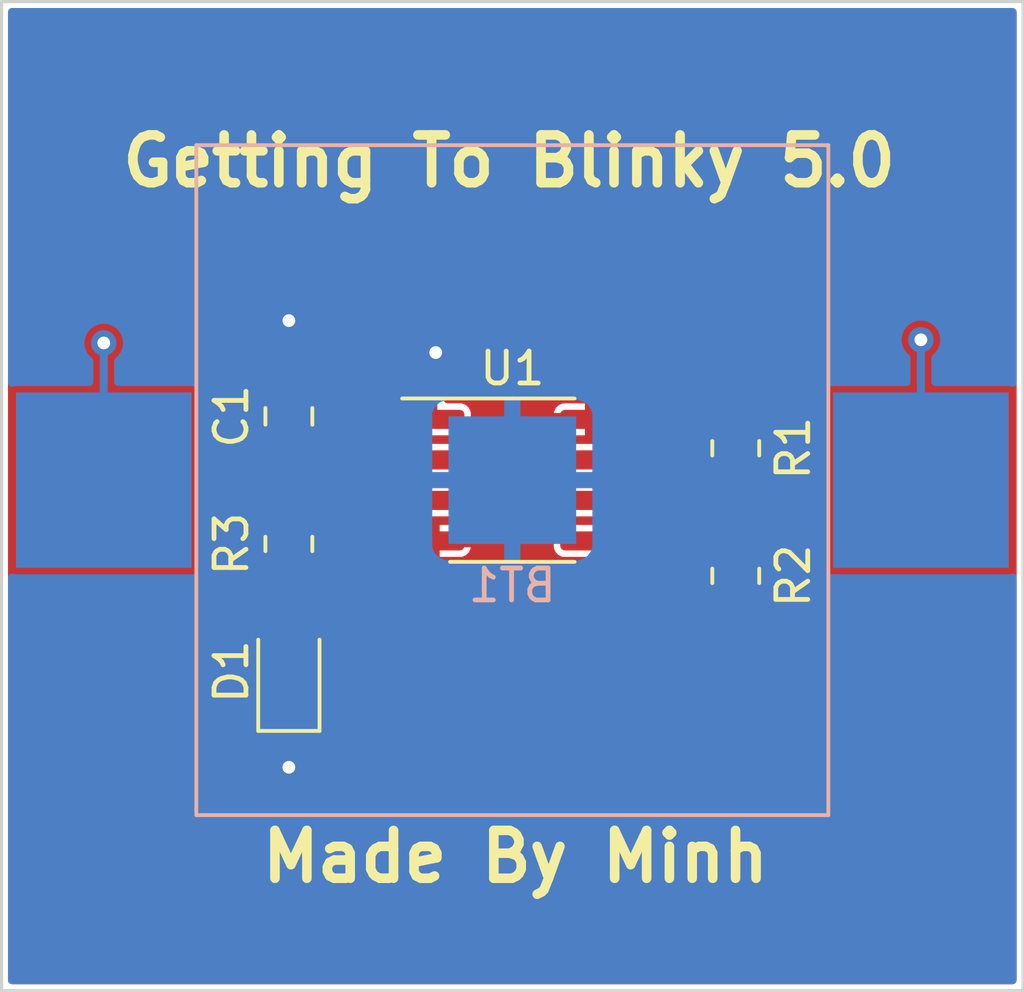
<source format=kicad_pcb>
(kicad_pcb (version 20211014) (generator pcbnew)
  (layers (0 "F.Cu" signal) (31 "B.Cu" signal) (34 "B.Paste" user) (35 "F.Paste" user) (36 "B.SilkS" user "B.Silkscreen") (37 "F.SilkS" user "F.Silkscreen") (38 "B.Mask" user) (39 "F.Mask" user) (44 "Edge.Cuts" user))
  (net 0 "")
  (net 1 "GND")
  (net 2 "Net-(D1-Pad2)")
  (net 3 "Net-(U1-Pad3)")
  (net 5 "/VDD")
  (net 6 "/THR")
  (net 7 "/DIS")
  (footprint "LED_SMD:LED_0805_2012Metric_Pad1.15x1.40mm_HandSolder" (layer "F.Cu") (at 140 94 90)
    (fp_text reference "D1" (at 0 -1.8 90) (layer "F.SilkS"))
    (fp_text value "LED")
    (fp_line (start -1.86 0.96) (end 1 0.96) (layer "F.SilkS") (width 0.12))
    (fp_line (start -1.86 -0.96) (end -1.86 0.96) (layer "F.SilkS") (width 0.12))
    (fp_line (start 1 -0.96) (end -1.86 -0.96) (layer "F.SilkS") (width 0.12))
    (pad "1" smd roundrect (at -1.025 0 90) (size 1.15 1.4) (layers "F.Cu" "F.Paste" "F.Mask") (roundrect_rratio 0.2173913043) (net 1 "GND"))
    (pad "2" smd roundrect (at 1.025 0 90) (size 1.15 1.4) (layers "F.Cu" "F.Paste" "F.Mask") (roundrect_rratio 0.2173913043) (net 2 "Net-(D1-Pad2)"))
  )
  (footprint "Resistor_SMD:R_0805_2012Metric_Pad1.20x1.40mm_HandSolder" (layer "F.Cu") (at 154 87 -90)
    (fp_text reference "R1" (at 0 -1.8 90) (layer "F.SilkS"))
    (fp_text value "1K")
    (fp_line (start -0.227064 -0.735) (end 0.227064 -0.735) (layer "F.SilkS") (width 0.12))
    (fp_line (start -0.227064 0.735) (end 0.227064 0.735) (layer "F.SilkS") (width 0.12))
    (pad "1" smd roundrect (at -1 0 270) (size 1.2 1.4) (layers "F.Cu" "F.Paste" "F.Mask") (roundrect_rratio 0.2083333333) (net 5 "/VDD"))
    (pad "2" smd roundrect (at 1 0 270) (size 1.2 1.4) (layers "F.Cu" "F.Paste" "F.Mask") (roundrect_rratio 0.2083333333) (net 7 "/DIS"))
  )
  (footprint "Capacitor_SMD:C_0805_2012Metric_Pad1.18x1.45mm_HandSolder" (layer "F.Cu") (at 140 86 90)
    (fp_text reference "C1" (at 0 -1.8 90) (layer "F.SilkS"))
    (fp_text value "1U")
    (fp_line (start -0.261252 0.735) (end 0.261252 0.735) (layer "F.SilkS") (width 0.12))
    (fp_line (start -0.261252 -0.735) (end 0.261252 -0.735) (layer "F.SilkS") (width 0.12))
    (pad "1" smd roundrect (at -1.0375 0 90) (size 1.175 1.45) (layers "F.Cu" "F.Paste" "F.Mask") (roundrect_rratio 0.2127659574) (net 6 "/THR"))
    (pad "2" smd roundrect (at 1.0375 0 90) (size 1.175 1.45) (layers "F.Cu" "F.Paste" "F.Mask") (roundrect_rratio 0.2127659574) (net 1 "GND"))
  )
  (footprint "Resistor_SMD:R_0805_2012Metric_Pad1.20x1.40mm_HandSolder" (layer "F.Cu") (at 140 90 -90)
    (fp_text reference "R3" (at 0 1.8 90) (layer "F.SilkS"))
    (fp_text value "1K")
    (fp_line (start -0.227064 -0.735) (end 0.227064 -0.735) (layer "F.SilkS") (width 0.12))
    (fp_line (start -0.227064 0.735) (end 0.227064 0.735) (layer "F.SilkS") (width 0.12))
    (pad "1" smd roundrect (at -1 0 270) (size 1.2 1.4) (layers "F.Cu" "F.Paste" "F.Mask") (roundrect_rratio 0.2083333333) (net 3 "Net-(U1-Pad3)"))
    (pad "2" smd roundrect (at 1 0 270) (size 1.2 1.4) (layers "F.Cu" "F.Paste" "F.Mask") (roundrect_rratio 0.2083333333) (net 2 "Net-(D1-Pad2)"))
  )
  (footprint "Resistor_SMD:R_0805_2012Metric_Pad1.20x1.40mm_HandSolder" (layer "F.Cu") (at 154 91 -90)
    (fp_text reference "R2" (at 0 -1.8 90) (layer "F.SilkS"))
    (fp_text value "470K")
    (fp_line (start -0.227064 0.735) (end 0.227064 0.735) (layer "F.SilkS") (width 0.12))
    (fp_line (start -0.227064 -0.735) (end 0.227064 -0.735) (layer "F.SilkS") (width 0.12))
    (pad "1" smd roundrect (at -1 0 270) (size 1.2 1.4) (layers "F.Cu" "F.Paste" "F.Mask") (roundrect_rratio 0.2083333333) (net 7 "/DIS"))
    (pad "2" smd roundrect (at 1 0 270) (size 1.2 1.4) (layers "F.Cu" "F.Paste" "F.Mask") (roundrect_rratio 0.2083333333) (net 6 "/THR"))
  )
  (footprint "Package_SO:SOIC-8_3.9x4.9mm_P1.27mm" (layer "F.Cu") (at 147 88)
    (fp_text reference "U1" (at 0 -3.5) (layer "F.SilkS"))
    (fp_text value "7555")
    (fp_line (start 0 2.56) (end -1.95 2.56) (layer "F.SilkS") (width 0.12))
    (fp_line (start 0 -2.56) (end -3.45 -2.56) (layer "F.SilkS") (width 0.12))
    (fp_line (start 0 2.56) (end 1.95 2.56) (layer "F.SilkS") (width 0.12))
    (fp_line (start 0 -2.56) (end 1.95 -2.56) (layer "F.SilkS") (width 0.12))
    (pad "1" smd roundrect (at -2.475 -1.905) (size 1.95 0.6) (layers "F.Cu" "F.Paste" "F.Mask") (net 1 "GND"))
    (pad "2" smd roundrect (at -2.475 -0.635) (size 1.95 0.6) (layers "F.Cu" "F.Paste" "F.Mask") (net 6 "/THR"))
    (pad "3" smd roundrect (at -2.475 0.635) (size 1.95 0.6) (layers "F.Cu" "F.Paste" "F.Mask") (net 3 "Net-(U1-Pad3)"))
    (pad "4" smd roundrect (at -2.475 1.905) (size 1.95 0.6) (layers "F.Cu" "F.Paste" "F.Mask") (net 5 "/VDD"))
    (pad "5" smd roundrect (at 2.475 1.905) (size 1.95 0.6) (layers "F.Cu" "F.Paste" "F.Mask"))
    (pad "6" smd roundrect (at 2.475 0.635) (size 1.95 0.6) (layers "F.Cu" "F.Paste" "F.Mask") (net 6 "/THR"))
    (pad "7" smd roundrect (at 2.475 -0.635) (size 1.95 0.6) (layers "F.Cu" "F.Paste" "F.Mask") (net 7 "/DIS"))
    (pad "8" smd roundrect (at 2.475 -1.905) (size 1.95 0.6) (layers "F.Cu" "F.Paste" "F.Mask") (net 5 "/VDD"))
  )
  (footprint "GettingToBlinky5:S8211-46R" (layer "B.Cu") (at 147 88 180)
    (fp_text reference "BT1" (at 0 -3.3 unlocked) (layer "B.SilkS") (effects (justify mirror)))
    (fp_text value "CR2032")
    (fp_line (start -9.9 -10.5) (end -9.9 10.5) (layer "B.SilkS") (width 0.12))
    (fp_line (start 9.9 10.5) (end 9.9 -10.5) (layer "B.SilkS") (width 0.12))
    (fp_line (start -9.9 10.5) (end 9.9 10.5) (layer "B.SilkS") (width 0.12))
    (fp_line (start 9.9 -10.5) (end -9.9 -10.5) (layer "B.SilkS") (width 0.12))
    (pad "1" smd rect (at -12.8 0 180) (size 5.5 5.5) (layers "B.Cu" "B.Paste" "B.Mask") (net 5 "/VDD"))
    (pad "1" smd rect (at 12.8 0 180) (size 5.5 5.5) (layers "B.Cu" "B.Paste" "B.Mask") (net 5 "/VDD"))
    (pad "2" smd rect (at 0 0 180) (size 4 4) (layers "B.Cu" "B.Paste" "B.Mask") (net 1 "GND"))
  )
  (gr_line (start 131 104) (end 163 104) (layer "Edge.Cuts") (width 0.1))
  (gr_line (start 163 104) (end 163 73) (layer "Edge.Cuts") (width 0.1))
  (gr_line (start 131 73) (end 131 104) (layer "Edge.Cuts") (width 0.1))
  (gr_line (start 163 73) (end 131 73) (layer "Edge.Cuts") (width 0.1))
  (gr_text "Getting To Blinky 5.0" (at 146.9 78) (layer "F.SilkS") (effects (font (size 1.5 1.5) (thickness 0.3))))
  (gr_text "Made By Minh" (at 147.1 99.8) (layer "F.SilkS") (effects (font (size 1.5 1.5) (thickness 0.3))))
  (segment (start 140 95.025) (end 140 97) (width 0.25) (layer "F.Cu") (net 1))
  (segment (start 140 84.9625) (end 140 83) (width 0.25) (layer "F.Cu") (net 1))
  (segment (start 144.525 84.075) (end 144.525 86.095) (width 0.25) (layer "F.Cu") (net 1))
  (segment (start 144.6 84) (end 144.525 84.075) (width 0.25) (layer "F.Cu") (net 1))
  (via (at 140 97) (size 0.8) (drill 0.4) (layers "F.Cu" "B.Cu") (net 1))
  (via (at 144.6 84) (size 0.8) (drill 0.4) (layers "F.Cu" "B.Cu") (net 1))
  (via (at 140 83) (size 0.8) (drill 0.4) (layers "F.Cu" "B.Cu") (net 1))
  (segment (start 140 91) (end 140 92.975) (width 0.25) (layer "F.Cu") (net 2))
  (segment (start 142.265 88.635) (end 144.3 88.635) (width 0.25) (layer "F.Cu") (net 3))
  (segment (start 140 89) (end 141.9 89) (width 0.25) (layer "F.Cu") (net 3))
  (segment (start 141.9 89) (end 142.265 88.635) (width 0.25) (layer "F.Cu") (net 3))
  (via (at 134.2 83.7) (size 0.8) (drill 0.4) (layers "F.Cu" "B.Cu") (net 5))
  (via (at 159.8 83.6) (size 0.8) (drill 0.4) (layers "F.Cu" "B.Cu") (net 5))
  (segment (start 159.8 88) (end 159.8 83.6) (width 0.25) (layer "B.Cu") (net 5))
  (segment (start 134.2 88) (end 134.2 83.7) (width 0.25) (layer "B.Cu") (net 5))
  (segment (start 141.8375 87.0375) (end 142.165 87.365) (width 0.25) (layer "F.Cu") (net 6))
  (segment (start 152.3 91.5) (end 152.3 89.1) (width 0.25) (layer "F.Cu") (net 6))
  (segment (start 142.165 87.365) (end 144.3 87.365) (width 0.25) (layer "F.Cu") (net 6))
  (segment (start 144.525 87.365) (end 146.065 87.365) (width 0.25) (layer "F.Cu") (net 6))
  (segment (start 140 87.0375) (end 141.8375 87.0375) (width 0.25) (layer "F.Cu") (net 6))
  (segment (start 152.3 89.1) (end 151.835 88.635) (width 0.25) (layer "F.Cu") (net 6))
  (segment (start 151.835 88.635) (end 149.475 88.635) (width 0.25) (layer "F.Cu") (net 6))
  (segment (start 154 92) (end 152.8 92) (width 0.25) (layer "F.Cu") (net 6))
  (segment (start 147.335 88.635) (end 149.475 88.635) (width 0.25) (layer "F.Cu") (net 6))
  (segment (start 146.065 87.365) (end 147.335 88.635) (width 0.25) (layer "F.Cu") (net 6))
  (segment (start 152.8 92) (end 152.3 91.5) (width 0.25) (layer "F.Cu") (net 6))
  (segment (start 149.475 87.365) (end 151.465 87.365) (width 0.25) (layer "F.Cu") (net 7))
  (segment (start 151.465 87.365) (end 152.1 88) (width 0.25) (layer "F.Cu") (net 7))
  (segment (start 154 88) (end 154 90) (width 0.25) (layer "F.Cu") (net 7))
  (segment (start 152.1 88) (end 154 88) (width 0.25) (layer "F.Cu") (net 7))
  (zone (net 5) (net_name "/VDD") (layer "F.Cu") (connect_pads (clearance 0.2)) (min_thickness 0.25) (fill yes (thermal_gap 0.2) (thermal_bridge_width 0.4))
    (polygon (pts (xy 163 104) (xy 131 104) (xy 131 73) (xy 163 73)))
  )
  (zone (net 1) (net_name "GND") (layer "B.Cu") (connect_pads (clearance 0.2)) (min_thickness 0.25) (fill yes (thermal_gap 0.508) (thermal_bridge_width 0.508))
    (polygon (pts (xy 163 104) (xy 131 104) (xy 131 73) (xy 163 73)))
  )
)
</source>
